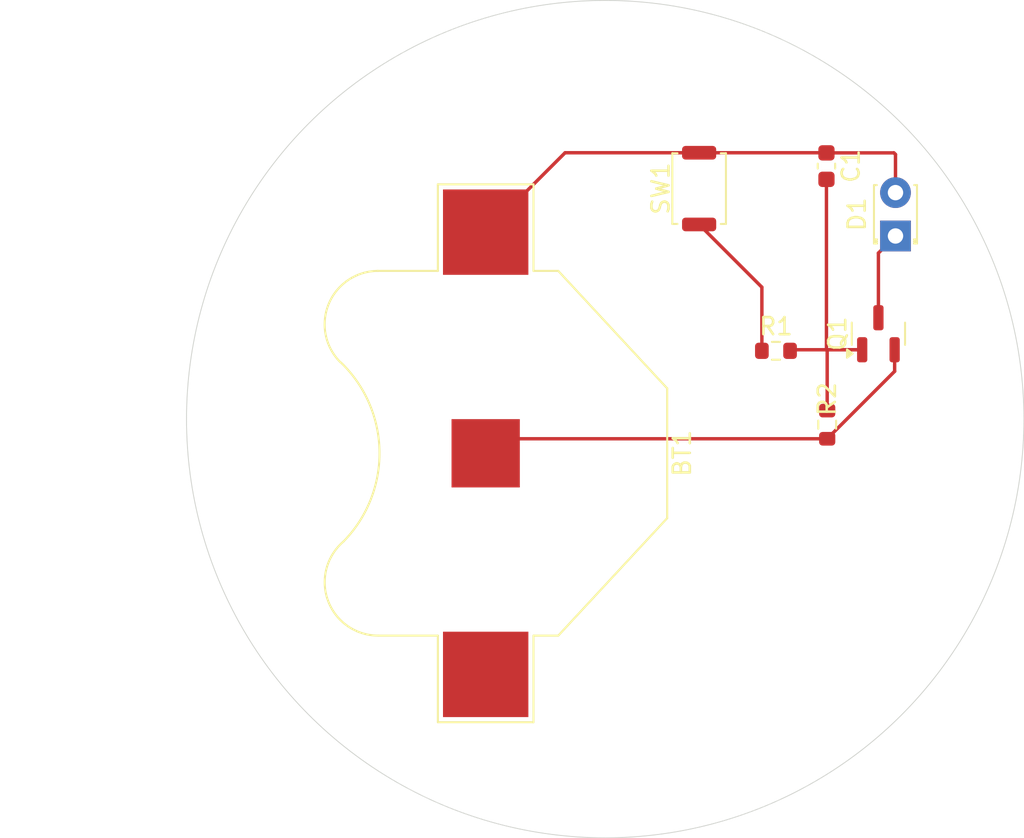
<source format=kicad_pcb>
(kicad_pcb (version 20240108) (generator "pcbnew") (generator_version "8.0")
  (layers (0 "F.Cu" signal) (31 "B.Cu" signal) (34 "B.Paste" user) (35 "F.Paste" user) (36 "B.SilkS" user "B.Silkscreen") (37 "F.SilkS" user "F.Silkscreen") (38 "B.Mask" user) (39 "F.Mask" user) (44 "Edge.Cuts" user))
  (net 0 "")
  (net 1 "Net-(BT1-+)")
  (net 2 "Net-(BT1--)")
  (net 3 "Net-(Q1-G)")
  (net 4 "Net-(D1-K)")
  (net 5 "Net-(R1-Pad1)")
  (footprint "Resistor_SMD:R_0603_1608Metric" (layer "F.Cu") (at 143.5 70.825 -90)
    (property "Reference" "R2" (at -1.5 0.0075 90) (layer "F.SilkS"))
    (property "Value" "10M")
    (fp_line (start -0.237258 0.5225) (end 0.237258 0.5225) (stroke (width 0.12)) (layer "F.SilkS"))
    (fp_line (start -0.237258 -0.5225) (end 0.237258 -0.5225) (stroke (width 0.12)) (layer "F.SilkS"))
    (pad "1" smd roundrect (at -0.825 0 270) (size 0.8 0.95) (layers "F.Cu" "F.Paste" "F.Mask") (net 3 "Net-(Q1-G)"))
    (pad "2" smd roundrect (at 0.825 0 270) (size 0.8 0.95) (layers "F.Cu" "F.Paste" "F.Mask") (net 2 "Net-(BT1--)"))
  )
  (footprint "Battery:BatteryHolder_Multicomp_BC-2001_1x2032" (layer "F.Cu") (at 123.5 72.5 90)
    (property "Reference" "BT1" (at 0 11.5 90) (layer "F.SilkS"))
    (property "Value" "Battery_Cell")
    (fp_line (start 15.75 -2.8) (end 10.68 -2.8) (stroke (width 0.12)) (layer "F.SilkS"))
    (fp_line (start 10.68 -2.8) (end 10.68 -6.35) (stroke (width 0.12)) (layer "F.SilkS"))
    (fp_line (start -10.68 -2.8) (end -10.68 -6.28) (stroke (width 0.12)) (layer "F.SilkS"))
    (fp_line (start -15.75 -2.8) (end -10.68 -2.8) (stroke (width 0.12)) (layer "F.SilkS"))
    (fp_line (start 15.75 2.8) (end 15.75 -2.8) (stroke (width 0.12)) (layer "F.SilkS"))
    (fp_line (start 10.68 2.8) (end 15.75 2.8) (stroke (width 0.12)) (layer "F.SilkS"))
    (fp_line (start 10.68 2.8) (end 10.68 4.25) (stroke (width 0.12)) (layer "F.SilkS"))
    (fp_line (start -10.68 2.8) (end -10.68 4.25) (stroke (width 0.12)) (layer "F.SilkS"))
    (fp_line (start -15.75 2.8) (end -15.75 -2.8) (stroke (width 0.12)) (layer "F.SilkS"))
    (fp_line (start -15.75 2.8) (end -10.68 2.8) (stroke (width 0.12)) (layer "F.SilkS"))
    (fp_line (start 10.68 4.25) (end 3.8 10.63) (stroke (width 0.12)) (layer "F.SilkS"))
    (fp_line (start -10.68 4.25) (end -3.8 10.63) (stroke (width 0.12)) (layer "F.SilkS"))
    (fp_line (start 3.8 10.63) (end -3.8 10.63) (stroke (width 0.12)) (layer "F.SilkS"))
    (fp_arc (start 5.316452 -8.492753) (mid 8.734461 -9.197232) (end 10.68 -6.3) (stroke (width 0.12)) (layer "F.SilkS"))
    (fp_arc (start 5.306422 -8.467392) (mid 0.096808 -6.218103) (end -5.169999 -8.330001) (stroke (width 0.12)) (layer "F.SilkS"))
    (fp_arc (start -10.677058 -6.3) (mid -8.637972 -9.231689) (end -5.180001 -8.339999) (stroke (width 0.12)) (layer "F.SilkS"))
    (pad "1" smd rect (at -12.95 0 90) (size 5 5) (layers "F.Cu" "F.Paste" "F.Mask") (net 1 "Net-(BT1-+)"))
    (pad "1" smd rect (at 12.95 0 90) (size 5 5) (layers "F.Cu" "F.Paste" "F.Mask") (net 1 "Net-(BT1-+)"))
    (pad "2" smd rect (at 0 0 90) (size 4 4) (layers "F.Cu" "F.Paste" "F.Mask") (net 2 "Net-(BT1--)"))
  )
  (footprint "LED_THT:LED_D1.8mm_W3.3mm_H2.4mm" (layer "F.Cu") (at 147.5 59.775 90)
    (property "Reference" "D1" (at 1.27 -2.26 90) (layer "F.SilkS"))
    (property "Value" "LED")
    (fp_line (start 2.98 -1.26) (end 2.98 -1.095) (stroke (width 0.12)) (layer "F.SilkS"))
    (fp_line (start -0.2 -1.26) (end -0.2 -1.08) (stroke (width 0.12)) (layer "F.SilkS"))
    (fp_line (start -0.32 -1.26) (end -0.32 -1.08) (stroke (width 0.12)) (layer "F.SilkS"))
    (fp_line (start -0.44 -1.26) (end 2.98 -1.26) (stroke (width 0.12)) (layer "F.SilkS"))
    (fp_line (start -0.44 -1.26) (end -0.44 -1.08) (stroke (width 0.12)) (layer "F.SilkS"))
    (fp_line (start -0.2 1.08) (end -0.2 1.26) (stroke (width 0.12)) (layer "F.SilkS"))
    (fp_line (start -0.32 1.08) (end -0.32 1.26) (stroke (width 0.12)) (layer "F.SilkS"))
    (fp_line (start -0.44 1.08) (end -0.44 1.26) (stroke (width 0.12)) (layer "F.SilkS"))
    (fp_line (start 2.98 1.095) (end 2.98 1.26) (stroke (width 0.12)) (layer "F.SilkS"))
    (fp_line (start -0.44 1.26) (end 2.98 1.26) (stroke (width 0.12)) (layer "F.SilkS"))
    (pad "1" thru_hole rect (at 0 0 90) (size 1.8 1.8) (drill 0.9) (layers "*.Cu" "*.Mask") (net 4 "Net-(D1-K)"))
    (pad "2" thru_hole circle (at 2.54 0 90) (size 1.8 1.8) (drill 0.9) (layers "*.Cu" "*.Mask") (net 1 "Net-(BT1-+)"))
  )
  (footprint "Capacitor_SMD:C_0603_1608Metric" (layer "F.Cu") (at 143.456658 55.682137 -90)
    (property "Reference" "C1" (at 0 -1.43 90) (layer "F.SilkS"))
    (property "Value" "C_Polarized")
    (fp_line (start -0.14058 0.51) (end 0.14058 0.51) (stroke (width 0.12)) (layer "F.SilkS"))
    (fp_line (start -0.14058 -0.51) (end 0.14058 -0.51) (stroke (width 0.12)) (layer "F.SilkS"))
    (pad "1" smd roundrect (at -0.775 0 270) (size 0.9 0.95) (layers "F.Cu" "F.Paste" "F.Mask") (net 1 "Net-(BT1-+)"))
    (pad "2" smd roundrect (at 0.775 0 270) (size 0.9 0.95) (layers "F.Cu" "F.Paste" "F.Mask") (net 3 "Net-(Q1-G)"))
  )
  (footprint "Package_TO_SOT_SMD:SOT-23" (layer "F.Cu") (at 146.5 65.5 90)
    (property "Reference" "Q1" (at 0 -2.4 90) (layer "F.SilkS"))
    (property "Value" "IRLML0030")
    (fp_line (start 0 -1.56) (end 0.65 -1.56) (stroke (width 0.12)) (layer "F.SilkS"))
    (fp_line (start 0 -1.56) (end -0.65 -1.56) (stroke (width 0.12)) (layer "F.SilkS"))
    (fp_line (start 0 1.56) (end 0.65 1.56) (stroke (width 0.12)) (layer "F.SilkS"))
    (fp_line (start 0 1.56) (end -0.65 1.56) (stroke (width 0.12)) (layer "F.SilkS"))
    (fp_poly (pts (xy -1.1625 -1.51) (xy -1.4025 -1.84) (xy -0.9225 -1.84) (xy -1.1625 -1.51)) (stroke (width 0.12)) (fill solid) (layer "F.SilkS"))
    (pad "1" smd roundrect (at -0.9375 -0.95 90) (size 1.475 0.6) (layers "F.Cu" "F.Paste" "F.Mask") (net 3 "Net-(Q1-G)"))
    (pad "2" smd roundrect (at -0.9375 0.95 90) (size 1.475 0.6) (layers "F.Cu" "F.Paste" "F.Mask") (net 2 "Net-(BT1--)"))
    (pad "3" smd roundrect (at 0.9375 0 90) (size 1.475 0.6) (layers "F.Cu" "F.Paste" "F.Mask") (net 4 "Net-(D1-K)"))
  )
  (footprint "Resistor_SMD:R_0603_1608Metric" (layer "F.Cu") (at 140.5 66.5)
    (property "Reference" "R1" (at 0 -1.43 0) (layer "F.SilkS"))
    (property "Value" "10k")
    (fp_line (start -0.237258 -0.5225) (end 0.237258 -0.5225) (stroke (width 0.12)) (layer "F.SilkS"))
    (fp_line (start -0.237258 0.5225) (end 0.237258 0.5225) (stroke (width 0.12)) (layer "F.SilkS"))
    (pad "1" smd roundrect (at -0.825 0) (size 0.8 0.95) (layers "F.Cu" "F.Paste" "F.Mask") (net 5 "Net-(R1-Pad1)"))
    (pad "2" smd roundrect (at 0.825 0) (size 0.8 0.95) (layers "F.Cu" "F.Paste" "F.Mask") (net 3 "Net-(Q1-G)"))
  )
  (footprint "Button_Switch_SMD:SW_Push_SPST_NO_Alps_SKRK" (layer "F.Cu") (at 136 57 90)
    (property "Reference" "SW1" (at 0 -2.25 90) (layer "F.SilkS"))
    (property "Value" "SW_Push")
    (fp_line (start 2.07 -1.57) (end 2.07 -1.27) (stroke (width 0.12)) (layer "F.SilkS"))
    (fp_line (start -2.07 -1.57) (end 2.07 -1.57) (stroke (width 0.12)) (layer "F.SilkS"))
    (fp_line (start -2.07 -1.27) (end -2.07 -1.57) (stroke (width 0.12)) (layer "F.SilkS"))
    (fp_line (start 2.07 1.27) (end 2.07 1.57) (stroke (width 0.12)) (layer "F.SilkS"))
    (fp_line (start 2.07 1.57) (end -2.07 1.57) (stroke (width 0.12)) (layer "F.SilkS"))
    (fp_line (start -2.07 1.57) (end -2.07 1.27) (stroke (width 0.12)) (layer "F.SilkS"))
    (pad "1" smd roundrect (at -2.1 0 90) (size 0.8 2) (layers "F.Cu" "F.Paste" "F.Mask") (net 5 "Net-(R1-Pad1)"))
    (pad "2" smd roundrect (at 2.1 0 90) (size 0.8 2) (layers "F.Cu" "F.Paste" "F.Mask") (net 1 "Net-(BT1-+)"))
  )
  (gr_circle (center 130.5 70.5) (end 153.5 79) (stroke (width 0.05)) (fill none) (layer "Edge.Cuts"))
  (segment (start 128.15 54.9) (end 123.5 59.55) (width 0.2) (layer "F.Cu") (net 1))
  (segment (start 136 54.9) (end 128.15 54.9) (width 0.2) (layer "F.Cu") (net 1))
  (segment (start 147.5 55) (end 147.5 57.235) (width 0.2) (layer "F.Cu") (net 1))
  (segment (start 136 54.9) (end 143.449521 54.9) (width 0.2) (layer "F.Cu") (net 1))
  (segment (start 147.407137 54.907137) (end 147.5 55) (width 0.2) (layer "F.Cu") (net 1))
  (segment (start 143.449521 54.9) (end 143.456658 54.907137) (width 0.2) (layer "F.Cu") (net 1))
  (segment (start 143.456658 54.907137) (end 147.407137 54.907137) (width 0.2) (layer "F.Cu") (net 1))
  (segment (start 147.45 67.7) (end 143.5 71.65) (width 0.2) (layer "F.Cu") (net 2))
  (segment (start 147.45 66.4375) (end 147.45 67.7) (width 0.2) (layer "F.Cu") (net 2))
  (segment (start 143.5 71.65) (end 124.35 71.65) (width 0.2) (layer "F.Cu") (net 2))
  (segment (start 124.35 71.65) (end 123.5 72.5) (width 0.2) (layer "F.Cu") (net 2))
  (segment (start 143.475816 66.4375) (end 143.456658 66.456658) (width 0.2) (layer "F.Cu") (net 3))
  (segment (start 141.3875 66.4375) (end 141.325 66.5) (width 0.2) (layer "F.Cu") (net 3))
  (segment (start 143.456658 66.456658) (end 143.5 66.5) (width 0.2) (layer "F.Cu") (net 3))
  (segment (start 145.55 66.4375) (end 143.475816 66.4375) (width 0.2) (layer "F.Cu") (net 3))
  (segment (start 143.5 70) (end 143.5 66.5) (width 0.2) (layer "F.Cu") (net 3))
  (segment (start 145.55 66.4375) (end 141.3875 66.4375) (width 0.2) (layer "F.Cu") (net 3))
  (segment (start 143.456658 56.457137) (end 143.456658 66.456658) (width 0.2) (layer "F.Cu") (net 3))
  (segment (start 146.5 60.775) (end 147.5 59.775) (width 0.2) (layer "F.Cu") (net 4))
  (segment (start 146.5 64.5625) (end 146.5 60.775) (width 0.2) (layer "F.Cu") (net 4))
  (segment (start 139.675 62.775) (end 139.675 66.5) (width 0.2) (layer "F.Cu") (net 5))
  (segment (start 136 59.1) (end 139.675 62.775) (width 0.2) (layer "F.Cu") (net 5))
)
</source>
